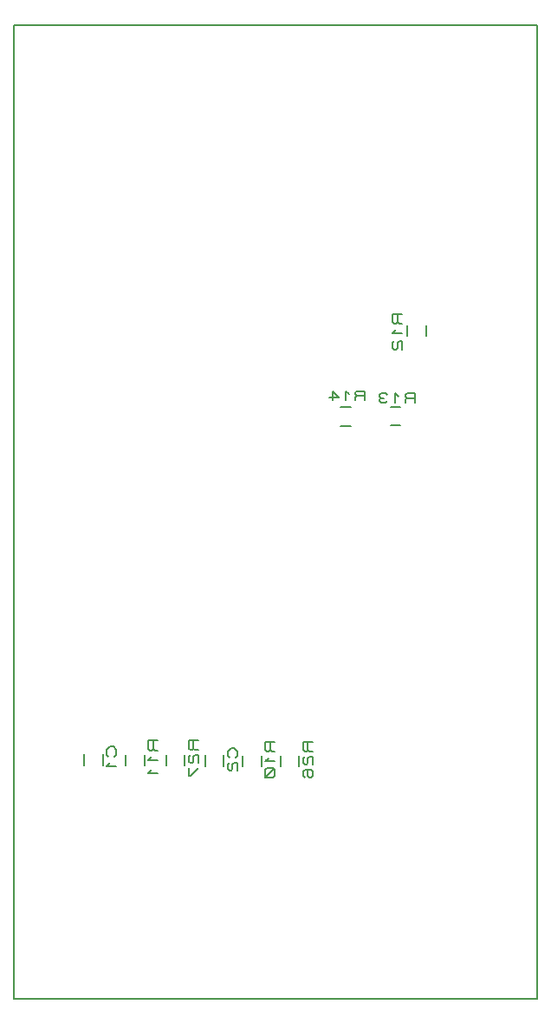
<source format=gbr>
G04 PROTEUS GERBER X2 FILE*
%TF.GenerationSoftware,Labcenter,Proteus,8.13-SP0-Build31525*%
%TF.CreationDate,2024-05-12T14:24:26+00:00*%
%TF.FileFunction,Legend,Bot*%
%TF.FilePolarity,Positive*%
%TF.Part,Single*%
%TF.SameCoordinates,{a0f7e056-3ba2-47e4-9380-b7f19c802b0c}*%
%FSLAX45Y45*%
%MOMM*%
G01*
%TA.AperFunction,Material*%
%ADD27C,0.200000*%
%ADD26C,0.203200*%
%TA.AperFunction,Profile*%
%ADD22C,0.203200*%
%TD.AperFunction*%
D27*
X-902800Y-1073400D02*
X-902800Y-973400D01*
X-722800Y-1073400D02*
X-722800Y-973400D01*
D26*
X-590880Y-832900D02*
X-682320Y-832900D01*
X-682320Y-912275D01*
X-667080Y-928150D01*
X-651840Y-928150D01*
X-636600Y-912275D01*
X-636600Y-832900D01*
X-636600Y-912275D02*
X-621360Y-928150D01*
X-590880Y-928150D01*
X-651840Y-991650D02*
X-682320Y-1023400D01*
X-590880Y-1023400D01*
X-651840Y-1118650D02*
X-682320Y-1150400D01*
X-590880Y-1150400D01*
D27*
X-509100Y-1071300D02*
X-509100Y-971300D01*
X-329100Y-1071300D02*
X-329100Y-971300D01*
D26*
X-197180Y-830800D02*
X-288620Y-830800D01*
X-288620Y-910175D01*
X-273380Y-926050D01*
X-258140Y-926050D01*
X-242900Y-910175D01*
X-242900Y-830800D01*
X-242900Y-910175D02*
X-227660Y-926050D01*
X-197180Y-926050D01*
X-273380Y-973675D02*
X-288620Y-989550D01*
X-288620Y-1037175D01*
X-273380Y-1053050D01*
X-258140Y-1053050D01*
X-242900Y-1037175D01*
X-242900Y-989550D01*
X-227660Y-973675D01*
X-197180Y-973675D01*
X-197180Y-1053050D01*
X-288620Y-1100675D02*
X-288620Y-1180050D01*
X-273380Y-1180050D01*
X-197180Y-1100675D01*
D27*
X-1309200Y-1073400D02*
X-1309200Y-963400D01*
X-1129200Y-1073400D02*
X-1129200Y-963400D01*
D26*
X-1012520Y-986650D02*
X-997280Y-970775D01*
X-997280Y-923150D01*
X-1027760Y-891400D01*
X-1058240Y-891400D01*
X-1088720Y-923150D01*
X-1088720Y-970775D01*
X-1073480Y-986650D01*
X-1058240Y-1050150D02*
X-1088720Y-1081900D01*
X-997280Y-1081900D01*
D27*
X-128100Y-1086100D02*
X-128100Y-976100D01*
X+51900Y-1086100D02*
X+51900Y-976100D01*
D26*
X+168580Y-999350D02*
X+183820Y-983475D01*
X+183820Y-935850D01*
X+153340Y-904100D01*
X+122860Y-904100D01*
X+92380Y-935850D01*
X+92380Y-983475D01*
X+107620Y-999350D01*
X+107620Y-1046975D02*
X+92380Y-1062850D01*
X+92380Y-1110475D01*
X+107620Y-1126350D01*
X+122860Y-1126350D01*
X+138100Y-1110475D01*
X+138100Y-1062850D01*
X+153340Y-1046975D01*
X+183820Y-1046975D01*
X+183820Y-1126350D01*
D27*
X+240200Y-1086100D02*
X+240200Y-986100D01*
X+420200Y-1086100D02*
X+420200Y-986100D01*
D26*
X+552120Y-845600D02*
X+460680Y-845600D01*
X+460680Y-924975D01*
X+475920Y-940850D01*
X+491160Y-940850D01*
X+506400Y-924975D01*
X+506400Y-845600D01*
X+506400Y-924975D02*
X+521640Y-940850D01*
X+552120Y-940850D01*
X+491160Y-1004350D02*
X+460680Y-1036100D01*
X+552120Y-1036100D01*
X+536880Y-1099600D02*
X+475920Y-1099600D01*
X+460680Y-1115475D01*
X+460680Y-1178975D01*
X+475920Y-1194850D01*
X+536880Y-1194850D01*
X+552120Y-1178975D01*
X+552120Y-1115475D01*
X+536880Y-1099600D01*
X+552120Y-1099600D02*
X+460680Y-1194850D01*
D27*
X+608500Y-1086100D02*
X+608500Y-986100D01*
X+788500Y-1086100D02*
X+788500Y-986100D01*
D26*
X+920420Y-845600D02*
X+828980Y-845600D01*
X+828980Y-924975D01*
X+844220Y-940850D01*
X+859460Y-940850D01*
X+874700Y-924975D01*
X+874700Y-845600D01*
X+874700Y-924975D02*
X+889940Y-940850D01*
X+920420Y-940850D01*
X+844220Y-988475D02*
X+828980Y-1004350D01*
X+828980Y-1051975D01*
X+844220Y-1067850D01*
X+859460Y-1067850D01*
X+874700Y-1051975D01*
X+874700Y-1004350D01*
X+889940Y-988475D01*
X+920420Y-988475D01*
X+920420Y-1067850D01*
X+844220Y-1194850D02*
X+828980Y-1178975D01*
X+828980Y-1131350D01*
X+844220Y-1115475D01*
X+905180Y-1115475D01*
X+920420Y-1131350D01*
X+920420Y-1178975D01*
X+905180Y-1194850D01*
X+889940Y-1194850D01*
X+874700Y-1178975D01*
X+874700Y-1115475D01*
D27*
X+2029650Y+3216250D02*
X+2029650Y+3116250D01*
X+1849650Y+3216250D02*
X+1849650Y+3116250D01*
D26*
X+1796470Y+3331350D02*
X+1705030Y+3331350D01*
X+1705030Y+3251975D01*
X+1720270Y+3236100D01*
X+1735510Y+3236100D01*
X+1750750Y+3251975D01*
X+1750750Y+3331350D01*
X+1750750Y+3251975D02*
X+1765990Y+3236100D01*
X+1796470Y+3236100D01*
X+1735510Y+3172600D02*
X+1705030Y+3140850D01*
X+1796470Y+3140850D01*
X+1720270Y+3061475D02*
X+1705030Y+3045600D01*
X+1705030Y+2997975D01*
X+1720270Y+2982100D01*
X+1735510Y+2982100D01*
X+1750750Y+2997975D01*
X+1750750Y+3045600D01*
X+1765990Y+3061475D01*
X+1796470Y+3061475D01*
X+1796470Y+2982100D01*
D27*
X+1192750Y+2417550D02*
X+1292750Y+2417550D01*
X+1192750Y+2237550D02*
X+1292750Y+2237550D01*
D26*
X+1433250Y+2486630D02*
X+1433250Y+2578070D01*
X+1353875Y+2578070D01*
X+1338000Y+2562830D01*
X+1338000Y+2547590D01*
X+1353875Y+2532350D01*
X+1433250Y+2532350D01*
X+1353875Y+2532350D02*
X+1338000Y+2517110D01*
X+1338000Y+2486630D01*
X+1274500Y+2547590D02*
X+1242750Y+2578070D01*
X+1242750Y+2486630D01*
X+1084000Y+2517110D02*
X+1179250Y+2517110D01*
X+1115750Y+2578070D01*
X+1115750Y+2486630D01*
D27*
X+1781150Y+2243350D02*
X+1681150Y+2243350D01*
X+1781150Y+2423350D02*
X+1681150Y+2423350D01*
D26*
X+1921650Y+2463830D02*
X+1921650Y+2555270D01*
X+1842275Y+2555270D01*
X+1826400Y+2540030D01*
X+1826400Y+2524790D01*
X+1842275Y+2509550D01*
X+1921650Y+2509550D01*
X+1842275Y+2509550D02*
X+1826400Y+2494310D01*
X+1826400Y+2463830D01*
X+1762900Y+2524790D02*
X+1731150Y+2555270D01*
X+1731150Y+2463830D01*
X+1651775Y+2540030D02*
X+1635900Y+2555270D01*
X+1588275Y+2555270D01*
X+1572400Y+2540030D01*
X+1572400Y+2524790D01*
X+1588275Y+2509550D01*
X+1572400Y+2494310D01*
X+1572400Y+2479070D01*
X+1588275Y+2463830D01*
X+1635900Y+2463830D01*
X+1651775Y+2479070D01*
X+1620025Y+2509550D02*
X+1588275Y+2509550D01*
D22*
X-1995300Y-3350000D02*
X+3114700Y-3350000D01*
X+3114700Y+6150000D01*
X-1995300Y+6150000D01*
X-1995300Y-3350000D01*
M02*

</source>
